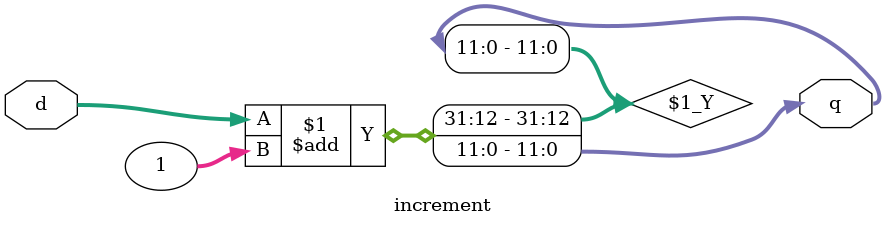
<source format=sv>
/******************************************************************************
* (C) Copyright 2013 <Company Name> All Rights Reserved
*
* MODULE:    name
* DEVICE:
* PROJECT:
* AUTHOR:    jkoczwara
* DATE:      2020 11:22:58 PM
*
* ABSTRACT:  You can customize the file content from Window -> Preferences -> DVT -> Code Templates -> "verilog File"
*
*******************************************************************************/

module increment(
	
	input wire [11:0] d,
	
	output reg [11:0] q
	
	
	);
	assign q = d + 1;
endmodule

</source>
